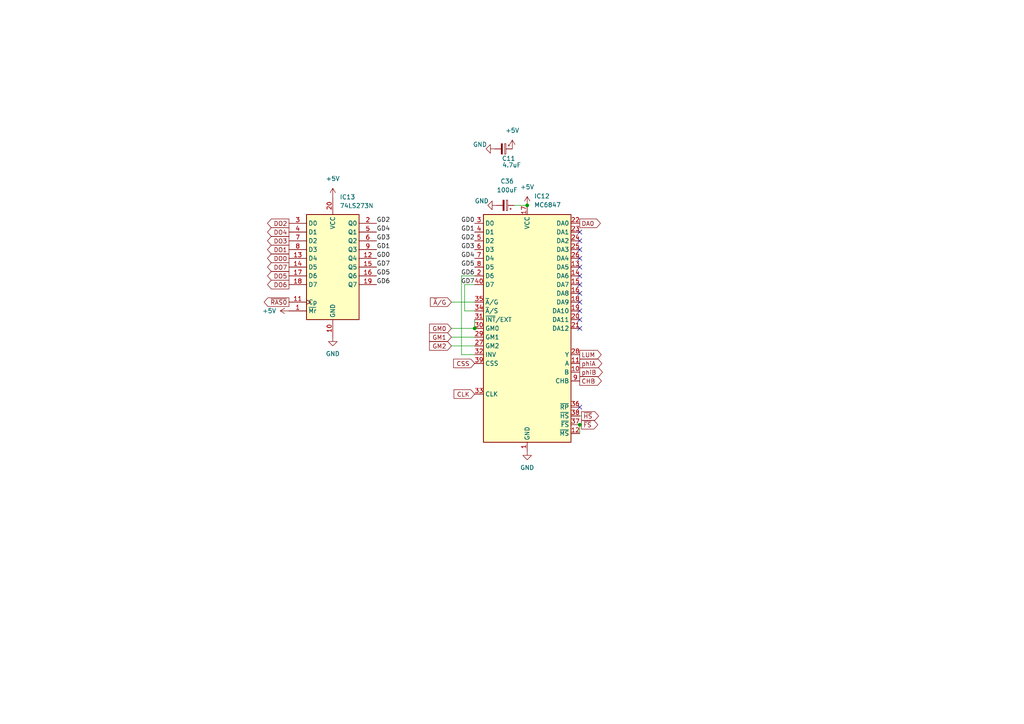
<source format=kicad_sch>
(kicad_sch (version 20231120) (generator "eeschema") (generator_version "8.0")
  (paper "A4")
  (lib_symbols
    (symbol "74xx:74LS273"
      (property "Reference" "U" (at -7.62 16.51 0))
      (property "Value" "74LS273" (at -7.62 -16.51 0))
      (symbol "74LS273_1_0"
        (pin input line (at -12.7 -12.7 0) (length 5.08) (name "~{Mr}") (number "1"))
        (pin power_in line (at 0 -20.32 90) (length 5.08) (name "GND") (number "10"))
        (pin input clock (at -12.7 -10.16 0) (length 5.08) (name "Cp") (number "11"))
        (pin output line (at 12.7 2.54 180) (length 5.08) (name "Q4") (number "12"))
        (pin input line (at -12.7 2.54 0) (length 5.08) (name "D4") (number "13"))
        (pin input line (at -12.7 0 0) (length 5.08) (name "D5") (number "14"))
        (pin output line (at 12.7 0 180) (length 5.08) (name "Q5") (number "15"))
        (pin output line (at 12.7 -2.54 180) (length 5.08) (name "Q6") (number "16"))
        (pin input line (at -12.7 -2.54 0) (length 5.08) (name "D6") (number "17"))
        (pin input line (at -12.7 -5.08 0) (length 5.08) (name "D7") (number "18"))
        (pin output line (at 12.7 -5.08 180) (length 5.08) (name "Q7") (number "19"))
        (pin output line (at 12.7 12.7 180) (length 5.08) (name "Q0") (number "2"))
        (pin power_in line (at 0 20.32 270) (length 5.08) (name "VCC") (number "20"))
        (pin input line (at -12.7 12.7 0) (length 5.08) (name "D0") (number "3"))
        (pin input line (at -12.7 10.16 0) (length 5.08) (name "D1") (number "4"))
        (pin output line (at 12.7 10.16 180) (length 5.08) (name "Q1") (number "5"))
        (pin output line (at 12.7 7.62 180) (length 5.08) (name "Q2") (number "6"))
        (pin input line (at -12.7 7.62 0) (length 5.08) (name "D2") (number "7"))
        (pin input line (at -12.7 5.08 0) (length 5.08) (name "D3") (number "8"))
        (pin output line (at 12.7 5.08 180) (length 5.08) (name "Q3") (number "9"))
      )
      (symbol "74LS273_1_1"
        (rectangle (start -7.62 15.24) (end 7.62 -15.24) (stroke (width 0.254)) (fill (type background)))
      )
    )
    (symbol "Device:C_Polarized_Small" (pin_numbers hide) (pin_names (offset 0.254) hide)
      (property "Reference" "C" (at 0.254 1.778 0))
      (property "Value" "C_Polarized_Small" (at 0.254 -2.032 0))
      (symbol "C_Polarized_Small_0_1"
        (rectangle (start -1.524 -0.3048) (end 1.524 -0.6858) (fill (type outline)))
        (rectangle (start -1.524 0.6858) (end 1.524 0.3048))
        (polyline (pts (xy -1.27 1.524) (xy -0.762 1.524)))
        (polyline (pts (xy -1.016 1.27) (xy -1.016 1.778)))
      )
      (symbol "C_Polarized_Small_1_1"
        (pin passive line (at 0 2.54 270) (length 1.8542) (name "~") (number "1"))
        (pin passive line (at 0 -2.54 90) (length 1.8542) (name "~") (number "2"))
      )
    )
    (symbol "power:+5V" (power) (pin_names (offset 0))
      (property "Value" "+5V" (at 0 3.556 0))
      (symbol "+5V_0_1"
        (polyline (pts (xy -0.762 1.27) (xy 0 2.54)))
        (polyline (pts (xy 0 0) (xy 0 2.54)))
        (polyline (pts (xy 0 2.54) (xy 0.762 1.27)))
      )
      (symbol "+5V_1_1"
        (pin power_in line (at 0 0 90) (length 0) hide (name "+5V") (number "1"))
      )
    )
    (symbol "power:GND" (power) (pin_names (offset 0))
      (property "Value" "GND" (at 0 -3.81 0))
      (symbol "GND_0_1"
        (polyline (pts (xy 0 0) (xy 0 -1.27) (xy 1.27 -1.27) (xy 0 -2.54) (xy -1.27 -1.27) (xy 0 -1.27)))
      )
      (symbol "GND_1_1"
        (pin power_in line (at 0 0 270) (length 0) hide (name "GND") (number "1"))
      )
    )
    (symbol "vdg:MC6847"
      (property "Reference" "U" (at 0 0 0))
      (property "Value" "MC6847" (at 0 -2.54 0))
      (symbol "MC6847_0_1"
        (rectangle (start -12.7 -33.02) (end 12.7 33.02) (stroke (width 0.254)) (fill (type background)))
      )
      (symbol "MC6847_1_1"
        (pin power_in line (at 0 -35.56 90) (length 2.54) (name "GND") (number "1"))
        (pin output line (at 15.24 -12.7 180) (length 2.54) (name "B") (number "10"))
        (pin output line (at 15.24 -10.16 180) (length 2.54) (name "A") (number "11"))
        (pin output line (at 15.24 -30.48 180) (length 2.54) (name "~{MS}") (number "12"))
        (pin output line (at 15.24 17.78 180) (length 2.54) (name "DA5") (number "13"))
        (pin output line (at 15.24 15.24 180) (length 2.54) (name "DA6") (number "14"))
        (pin output line (at 15.24 12.7 180) (length 2.54) (name "DA7") (number "15"))
        (pin output line (at 15.24 10.16 180) (length 2.54) (name "DA8") (number "16"))
        (pin power_in line (at 0 35.56 270) (length 2.54) (name "VCC") (number "17"))
        (pin output line (at 15.24 7.62 180) (length 2.54) (name "DA9") (number "18"))
        (pin output line (at 15.24 5.08 180) (length 2.54) (name "DA10") (number "19"))
        (pin bidirectional line (at -15.24 15.24 0) (length 2.54) (name "D6") (number "2"))
        (pin output line (at 15.24 2.54 180) (length 2.54) (name "DA11") (number "20"))
        (pin output line (at 15.24 0 180) (length 2.54) (name "DA12") (number "21"))
        (pin output line (at 15.24 30.48 180) (length 2.54) (name "DA0") (number "22"))
        (pin output line (at 15.24 27.94 180) (length 2.54) (name "DA1") (number "23"))
        (pin output line (at 15.24 25.4 180) (length 2.54) (name "DA2") (number "24"))
        (pin output line (at 15.24 22.86 180) (length 2.54) (name "DA3") (number "25"))
        (pin output line (at 15.24 20.32 180) (length 2.54) (name "DA4") (number "26"))
        (pin input line (at -15.24 -5.08 0) (length 2.54) (name "GM2") (number "27"))
        (pin output line (at 15.24 -7.62 180) (length 2.54) (name "Y") (number "28"))
        (pin input line (at -15.24 -2.54 0) (length 2.54) (name "GM1") (number "29"))
        (pin bidirectional line (at -15.24 30.48 0) (length 2.54) (name "D0") (number "3"))
        (pin input line (at -15.24 0 0) (length 2.54) (name "GM0") (number "30"))
        (pin input line (at -15.24 2.54 0) (length 2.54) (name "~{INT}/EXT") (number "31"))
        (pin input line (at -15.24 -7.62 0) (length 2.54) (name "INV") (number "32"))
        (pin input line (at -15.24 -19.05 0) (length 2.54) (name "CLK") (number "33"))
        (pin input line (at -15.24 5.08 0) (length 2.54) (name "~{A}/S") (number "34"))
        (pin input line (at -15.24 7.62 0) (length 2.54) (name "~{A}/G") (number "35"))
        (pin output line (at 15.24 -22.86 180) (length 2.54) (name "~{RP}") (number "36"))
        (pin output line (at 15.24 -27.94 180) (length 2.54) (name "~{FS}") (number "37"))
        (pin output line (at 15.24 -25.4 180) (length 2.54) (name "~{HS}") (number "38"))
        (pin input line (at -15.24 -10.16 0) (length 2.54) (name "CSS") (number "39"))
        (pin bidirectional line (at -15.24 27.94 0) (length 2.54) (name "D1") (number "4"))
        (pin bidirectional line (at -15.24 12.7 0) (length 2.54) (name "D7") (number "40"))
        (pin bidirectional line (at -15.24 25.4 0) (length 2.54) (name "D2") (number "5"))
        (pin bidirectional line (at -15.24 22.86 0) (length 2.54) (name "D3") (number "6"))
        (pin bidirectional line (at -15.24 20.32 0) (length 2.54) (name "D4") (number "7"))
        (pin bidirectional line (at -15.24 17.78 0) (length 2.54) (name "D5") (number "8"))
        (pin output line (at 15.24 -15.24 180) (length 2.54) (name "CHB") (number "9"))
      )
    )
  )
  (junction (at 137.668 95.25))
  (junction (at 168.148 123.19))
  (junction (at 152.908 59.563))
  (no_connect (at 168.148 69.85))
  (no_connect (at 168.148 67.31))
  (no_connect (at 168.148 90.17))
  (no_connect (at 168.148 80.01))
  (no_connect (at 168.148 82.55))
  (no_connect (at 168.148 95.25))
  (no_connect (at 168.148 85.09))
  (no_connect (at 168.148 87.63))
  (no_connect (at 168.148 92.71))
  (no_connect (at 168.148 118.11))
  (no_connect (at 168.148 74.93))
  (no_connect (at 168.148 72.39))
  (no_connect (at 168.148 77.47))
  (wire (pts (xy 149.098 59.563) (xy 152.908 59.563)))
  (wire (pts (xy 130.937 97.79) (xy 137.668 97.79)))
  (wire (pts (xy 168.148 123.19) (xy 168.148 125.73)))
  (wire (pts (xy 137.668 90.17) (xy 134.747 90.17)))
  (wire (pts (xy 130.937 95.25) (xy 137.668 95.25)))
  (wire (pts (xy 130.937 100.33) (xy 137.668 100.33)))
  (wire (pts (xy 137.668 92.71) (xy 137.668 95.25)))
  (wire (pts (xy 133.858 102.87) (xy 133.858 80.01)))
  (wire (pts (xy 152.908 59.563) (xy 152.908 59.69)))
  (wire (pts (xy 137.668 102.87) (xy 133.858 102.87)))
  (wire (pts (xy 134.747 90.17) (xy 134.747 82.55)))
  (wire (pts (xy 168.656 120.65) (xy 168.148 120.65)))
  (wire (pts (xy 130.937 87.63) (xy 137.668 87.63)))
  (wire (pts (xy 134.747 82.55) (xy 137.668 82.55)))
  (wire (pts (xy 133.858 80.01) (xy 137.668 80.01)))
  (wire (pts (xy 168.148 123.19) (xy 168.656 123.19)))
  (label "GD0" (at 109.22 74.93 0))
  (label "GD3" (at 137.668 72.39 180))
  (label "GD4" (at 137.668 74.93 180))
  (label "GD2" (at 109.22 64.77 0))
  (label "GD2" (at 137.668 69.85 180))
  (label "GD1" (at 109.22 72.39 0))
  (label "GD6" (at 109.22 82.55 0))
  (label "GD5" (at 137.668 77.47 180))
  (label "GD4" (at 109.22 67.31 0))
  (label "GD7" (at 137.668 82.55 180))
  (label "GD7" (at 109.22 77.47 0))
  (label "GD6" (at 137.668 80.01 180))
  (label "GD0" (at 137.668 64.77 180))
  (label "GD3" (at 109.22 69.85 0))
  (label "GD1" (at 137.668 67.31 180))
  (label "GD5" (at 109.22 80.01 0))
  (global_label "GM0" (shape input) (at 130.937 95.25 180) (property "Intersheetrefs" "${INTERSHEET_REFS}" (effects (hide yes))))
  (global_label "DO1" (shape output) (at 83.82 72.39 180) (property "Intersheetrefs" "${INTERSHEET_REFS}" (effects (hide yes))))
  (global_label "~{HS}" (shape output) (at 168.656 120.65 0) (property "Intersheetrefs" "${INTERSHEET_REFS}" (effects (hide yes))))
  (global_label "DO4" (shape output) (at 83.82 67.31 180) (property "Intersheetrefs" "${INTERSHEET_REFS}" (effects (hide yes))))
  (global_label "GM1" (shape input) (at 130.937 97.79 180) (property "Intersheetrefs" "${INTERSHEET_REFS}" (effects (hide yes))))
  (global_label "CHB" (shape output) (at 168.148 110.49 0) (property "Intersheetrefs" "${INTERSHEET_REFS}" (effects (hide yes))))
  (global_label "DO6" (shape output) (at 83.82 82.55 180) (property "Intersheetrefs" "${INTERSHEET_REFS}" (effects (hide yes))))
  (global_label "LUM" (shape output) (at 168.148 102.87 0) (property "Intersheetrefs" "${INTERSHEET_REFS}" (effects (hide yes))))
  (global_label "CLK" (shape input) (at 137.668 114.3 180) (property "Intersheetrefs" "${INTERSHEET_REFS}" (effects (hide yes))))
  (global_label "phiA" (shape output) (at 168.148 105.41 0) (property "Intersheetrefs" "${INTERSHEET_REFS}" (effects (hide yes))))
  (global_label "DO0" (shape output) (at 83.82 74.93 180) (property "Intersheetrefs" "${INTERSHEET_REFS}" (effects (hide yes))))
  (global_label "DO3" (shape output) (at 83.82 69.85 180) (property "Intersheetrefs" "${INTERSHEET_REFS}" (effects (hide yes))))
  (global_label "DO5" (shape output) (at 83.82 80.01 180) (property "Intersheetrefs" "${INTERSHEET_REFS}" (effects (hide yes))))
  (global_label "~{RAS0}" (shape output) (at 83.82 87.63 180) (property "Intersheetrefs" "${INTERSHEET_REFS}" (effects (hide yes))))
  (global_label "DA0" (shape output) (at 168.148 64.77 0) (property "Intersheetrefs" "${INTERSHEET_REFS}" (effects (hide yes))))
  (global_label "~{FS}" (shape output) (at 168.656 123.19 0) (property "Intersheetrefs" "${INTERSHEET_REFS}" (effects (hide yes))))
  (global_label "DO2" (shape output) (at 83.82 64.77 180) (property "Intersheetrefs" "${INTERSHEET_REFS}" (effects (hide yes))))
  (global_label "GM2" (shape input) (at 130.937 100.33 180) (property "Intersheetrefs" "${INTERSHEET_REFS}" (effects (hide yes))))
  (global_label "DO7" (shape output) (at 83.82 77.47 180) (property "Intersheetrefs" "${INTERSHEET_REFS}" (effects (hide yes))))
  (global_label "~{A}{slash}G" (shape input) (at 130.937 87.63 180) (property "Intersheetrefs" "${INTERSHEET_REFS}" (effects (hide yes))))
  (global_label "CSS" (shape input) (at 137.668 105.41 180) (property "Intersheetrefs" "${INTERSHEET_REFS}" (effects (hide yes))))
  (global_label "phiB" (shape output) (at 168.148 107.95 0) (property "Intersheetrefs" "${INTERSHEET_REFS}" (effects (hide yes))))
  (symbol (lib_id "power:GND") (at 143.51 43.18 270) (unit 1)
    (property "Reference" "#PWR0171" (effects (hide yes)))
    (property "Value" "GND" (at 137.16 41.91 90) (effects (justify left)))
  )
  (symbol (lib_id "power:GND") (at 144.018 59.563 270) (unit 1)
    (property "Reference" "#PWR0117" (effects (hide yes)))
    (property "Value" "GND" (at 137.668 58.293 90) (effects (justify left)))
  )
  (symbol (lib_id "power:+5V") (at 148.59 43.18 0) (unit 1)
    (property "Reference" "#PWR0168" (effects (hide yes)))
    (property "Value" "+5V" (at 148.59 37.846 0))
  )
  (symbol (lib_id "vdg:MC6847") (at 152.908 95.25 0) (unit 1)
    (property "Reference" "IC12" (at 154.9274 56.896 0) (effects (justify left)))
    (property "Value" "MC6847" (at 154.9274 59.436 0) (effects (justify left)))
    (property "Footprint" "Package_DIP:DIP-40_W15.24mm" (effects (hide yes)))
    (property "Note" "donor" (effects (hide yes)))
    (property "SA2120" "Sheet 1" (effects (hide yes)))
  )
  (symbol (lib_id "74xx:74LS273") (at 96.52 77.47 0) (unit 1)
    (property "Reference" "IC13" (at 98.5394 57.15 0) (effects (justify left)))
    (property "Value" "74LS273N" (at 98.5394 59.69 0) (effects (justify left)))
    (property "Footprint" "Package_DIP:DIP-20_W7.62mm" (effects (hide yes)))
    (property "Datasheet" "http://www.ti.com/lit/gpn/sn74LS273" (effects (hide yes)))
    (property "DigiKey" "296-1657-5-ND" (effects (hide yes)))
    (property "SA2120" "Sheet 1" (effects (hide yes)))
  )
  (symbol (lib_id "Device:C_Polarized_Small") (at 146.558 59.563 270) (mirror x) (unit 1)
    (property "Reference" "C36" (at 147.1041 52.578 90))
    (property "Value" "100uF" (at 147.1041 55.118 90))
    (property "Footprint" "Capacitor_THT:CP_Radial_D8.0mm_P5.00mm" (effects (hide yes)))
    (property "Datasheet" "https://www.we-online.com/katalog/datasheet/860010372006.pdf" (effects (hide yes)))
    (property "DigiKey" "732-8598-1-ND" (effects (hide yes)))
  )
  (symbol (lib_id "power:+5V") (at 96.52 57.15 0) (unit 1)
    (property "Reference" "#PWR0115" (effects (hide yes)))
    (property "Value" "+5V" (at 96.52 51.816 0))
  )
  (symbol (lib_id "power:+5V") (at 152.908 59.563 0) (unit 1)
    (property "Reference" "#PWR0118" (effects (hide yes)))
    (property "Value" "+5V" (at 152.908 54.229 0))
  )
  (symbol (lib_id "power:+5V") (at 83.82 90.17 90) (unit 1)
    (property "Reference" "#PWR0101" (effects (hide yes)))
    (property "Value" "+5V" (at 80.137 90.1699 90) (effects (justify left)))
  )
  (symbol (lib_id "power:GND") (at 152.908 130.81 0) (unit 1)
    (property "Reference" "#PWR0119" (effects (hide yes)))
    (property "Value" "GND" (at 152.908 135.636 0))
  )
  (symbol (lib_id "power:GND") (at 96.52 97.79 0) (unit 1)
    (property "Reference" "#PWR0116" (effects (hide yes)))
    (property "Value" "GND" (at 96.52 102.616 0))
  )
  (symbol (lib_id "Device:C_Polarized_Small") (at 146.05 43.18 270) (unit 1)
    (property "Reference" "C11" (at 149.479 45.974 90) (effects (justify right)))
    (property "Value" "4.7uF" (at 151.13 47.879 90) (effects (justify right)))
    (property "Footprint" "Capacitor_THT:CP_Radial_Tantal_D5.5mm_P5.00mm" (effects (hide yes)))
    (property "Datasheet" "https://datasheets.kyocera-avx.com/tap.pdf" (effects (hide yes)))
    (property "DigiKey" "478-8984-1-ND" (effects (hide yes)))
  )
)
</source>
